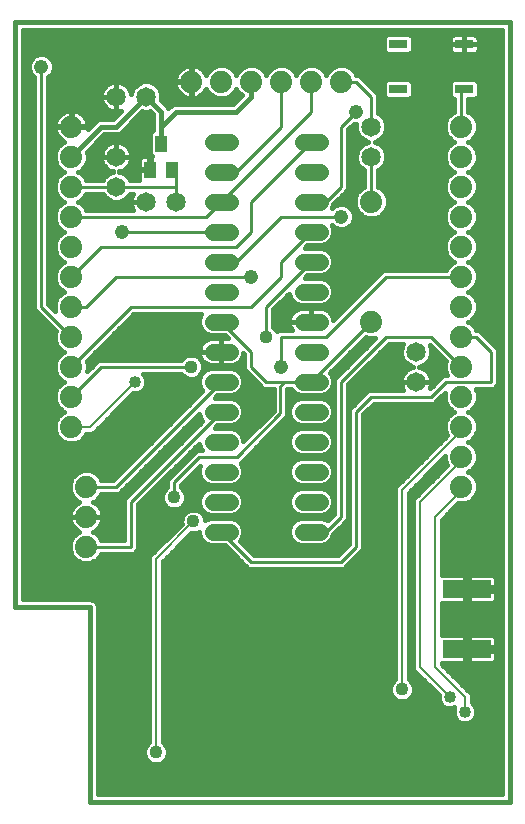
<source format=gtl>
G75*
%MOIN*%
%OFA0B0*%
%FSLAX24Y24*%
%IPPOS*%
%LPD*%
%AMOC8*
5,1,8,0,0,1.08239X$1,22.5*
%
%ADD10C,0.0160*%
%ADD11C,0.0740*%
%ADD12R,0.0394X0.0551*%
%ADD13C,0.0650*%
%ADD14C,0.0560*%
%ADD15R,0.1600X0.0600*%
%ADD16R,0.0600X0.0300*%
%ADD17C,0.0080*%
%ADD18C,0.0400*%
%ADD19C,0.0100*%
%ADD20C,0.0436*%
%ADD21C,0.0476*%
%ADD22C,0.0440*%
D10*
X002680Y000180D02*
X002680Y006680D01*
X000180Y006680D01*
X000180Y026180D01*
X016680Y026180D01*
X016680Y000180D01*
X002680Y000180D01*
X002940Y000440D02*
X002940Y006732D01*
X002900Y006827D01*
X002827Y006900D01*
X002732Y006940D01*
X000440Y006940D01*
X000440Y025920D01*
X016420Y025920D01*
X016420Y000440D01*
X002940Y000440D01*
X002940Y000589D02*
X016420Y000589D01*
X016420Y000747D02*
X002940Y000747D01*
X002940Y000906D02*
X016420Y000906D01*
X016420Y001064D02*
X002940Y001064D01*
X002940Y001223D02*
X016420Y001223D01*
X016420Y001381D02*
X002940Y001381D01*
X002940Y001540D02*
X004607Y001540D01*
X004654Y001492D02*
X004801Y001432D01*
X004959Y001432D01*
X005106Y001492D01*
X005218Y001604D01*
X005278Y001751D01*
X005278Y001909D01*
X005218Y002056D01*
X005106Y002168D01*
X005100Y002170D01*
X005100Y008189D01*
X006045Y009134D01*
X006051Y009132D01*
X006209Y009132D01*
X006318Y009177D01*
X006318Y009100D01*
X006388Y008931D01*
X006517Y008802D01*
X006686Y008732D01*
X007193Y008732D01*
X007963Y007962D01*
X011153Y007962D01*
X011288Y008097D01*
X011788Y008597D01*
X011788Y013097D01*
X012153Y013462D01*
X014153Y013462D01*
X014288Y013597D01*
X014519Y013827D01*
X014508Y013801D01*
X014508Y013582D01*
X014592Y013380D01*
X014746Y013226D01*
X014828Y013192D01*
X014746Y013158D01*
X014592Y013003D01*
X014508Y012801D01*
X014508Y012582D01*
X014585Y012396D01*
X012860Y010671D01*
X012860Y004270D01*
X012854Y004268D01*
X012742Y004156D01*
X012682Y004009D01*
X012682Y003851D01*
X012742Y003704D01*
X012854Y003592D01*
X013001Y003532D01*
X013159Y003532D01*
X013306Y003592D01*
X013418Y003704D01*
X013478Y003851D01*
X013478Y004009D01*
X013418Y004156D01*
X013306Y004268D01*
X013300Y004270D01*
X013300Y010489D01*
X014508Y011697D01*
X014508Y011582D01*
X014585Y011396D01*
X013460Y010271D01*
X013460Y004589D01*
X013589Y004460D01*
X014300Y003749D01*
X014300Y003604D01*
X014358Y003465D01*
X014465Y003358D01*
X014604Y003300D01*
X014756Y003300D01*
X014831Y003331D01*
X014800Y003256D01*
X014800Y003104D01*
X014858Y002965D01*
X014965Y002858D01*
X015104Y002800D01*
X015256Y002800D01*
X015395Y002858D01*
X015502Y002965D01*
X015560Y003104D01*
X015560Y003256D01*
X015502Y003395D01*
X015400Y003497D01*
X015400Y003771D01*
X014400Y004771D01*
X014400Y004801D01*
X014421Y004796D01*
X015175Y004796D01*
X015175Y005206D01*
X015315Y005206D01*
X015315Y005346D01*
X016225Y005346D01*
X016225Y005599D01*
X016212Y005645D01*
X016189Y005686D01*
X016155Y005720D01*
X016114Y005743D01*
X016068Y005756D01*
X015315Y005756D01*
X015315Y005346D01*
X015175Y005346D01*
X015175Y005756D01*
X014421Y005756D01*
X014400Y005750D01*
X014400Y006801D01*
X014421Y006796D01*
X015175Y006796D01*
X015175Y007206D01*
X015315Y007206D01*
X015315Y007346D01*
X016225Y007346D01*
X016225Y007599D01*
X016212Y007645D01*
X016189Y007686D01*
X016155Y007720D01*
X016114Y007743D01*
X016068Y007756D01*
X015315Y007756D01*
X015315Y007346D01*
X015175Y007346D01*
X015175Y007756D01*
X014421Y007756D01*
X014400Y007750D01*
X014400Y009589D01*
X014953Y010142D01*
X015167Y010142D01*
X015370Y010226D01*
X015524Y010380D01*
X015608Y010582D01*
X015608Y010801D01*
X015524Y011003D01*
X015370Y011158D01*
X015288Y011192D01*
X015370Y011226D01*
X015524Y011380D01*
X015608Y011582D01*
X015608Y011801D01*
X015524Y012003D01*
X015370Y012158D01*
X015288Y012192D01*
X015370Y012226D01*
X015524Y012380D01*
X015608Y012582D01*
X015608Y012801D01*
X015524Y013003D01*
X015370Y013158D01*
X015288Y013192D01*
X015370Y013226D01*
X015524Y013380D01*
X015608Y013582D01*
X015608Y013801D01*
X015541Y013962D01*
X016153Y013962D01*
X016288Y014097D01*
X016288Y015287D01*
X016153Y015422D01*
X015653Y015922D01*
X015558Y015922D01*
X015524Y016003D01*
X015370Y016158D01*
X015288Y016192D01*
X015370Y016226D01*
X015524Y016380D01*
X015608Y016582D01*
X015608Y016801D01*
X015524Y017003D01*
X015370Y017158D01*
X015288Y017192D01*
X015370Y017226D01*
X015524Y017380D01*
X015608Y017582D01*
X015608Y017801D01*
X015524Y018003D01*
X015370Y018158D01*
X015288Y018192D01*
X015370Y018226D01*
X015524Y018380D01*
X015608Y018582D01*
X015608Y018801D01*
X015524Y019003D01*
X015370Y019158D01*
X015288Y019192D01*
X015370Y019226D01*
X015524Y019380D01*
X015608Y019582D01*
X015608Y019801D01*
X015524Y020003D01*
X015370Y020158D01*
X015288Y020192D01*
X015370Y020226D01*
X015524Y020380D01*
X015608Y020582D01*
X015608Y020801D01*
X015524Y021003D01*
X015370Y021158D01*
X015288Y021192D01*
X015370Y021226D01*
X015524Y021380D01*
X015608Y021582D01*
X015608Y021801D01*
X015524Y022003D01*
X015370Y022158D01*
X015288Y022192D01*
X015370Y022226D01*
X015524Y022380D01*
X015608Y022582D01*
X015608Y022801D01*
X015524Y023003D01*
X015370Y023158D01*
X015288Y023192D01*
X015288Y023612D01*
X015533Y023612D01*
X015638Y023717D01*
X015638Y024166D01*
X015533Y024272D01*
X014783Y024272D01*
X014678Y024166D01*
X014678Y023717D01*
X014783Y023612D01*
X014828Y023612D01*
X014828Y023192D01*
X014746Y023158D01*
X014592Y023003D01*
X014508Y022801D01*
X014508Y022582D01*
X014592Y022380D01*
X014746Y022226D01*
X014828Y022192D01*
X014746Y022158D01*
X014592Y022003D01*
X014508Y021801D01*
X014508Y021582D01*
X014592Y021380D01*
X014746Y021226D01*
X014828Y021192D01*
X014746Y021158D01*
X014592Y021003D01*
X014508Y020801D01*
X014508Y020582D01*
X014592Y020380D01*
X014746Y020226D01*
X014828Y020192D01*
X014746Y020158D01*
X014592Y020003D01*
X014508Y019801D01*
X014508Y019582D01*
X014592Y019380D01*
X014746Y019226D01*
X014828Y019192D01*
X014746Y019158D01*
X014592Y019003D01*
X014508Y018801D01*
X014508Y018582D01*
X014592Y018380D01*
X014746Y018226D01*
X014828Y018192D01*
X014746Y018158D01*
X014592Y018003D01*
X014558Y017922D01*
X012463Y017922D01*
X012328Y017787D01*
X010794Y016253D01*
X010787Y016300D01*
X010764Y016368D01*
X010731Y016433D01*
X010689Y016491D01*
X010638Y016543D01*
X010579Y016585D01*
X010515Y016618D01*
X010446Y016640D01*
X010374Y016652D01*
X010058Y016652D01*
X010058Y016192D01*
X010058Y016192D01*
X010058Y016652D01*
X009742Y016652D01*
X009670Y016640D01*
X009601Y016618D01*
X009537Y016585D01*
X009478Y016543D01*
X009427Y016491D01*
X009385Y016433D01*
X009352Y016368D01*
X009329Y016300D01*
X009318Y016228D01*
X009318Y016192D01*
X010058Y016192D01*
X010058Y016192D01*
X009318Y016192D01*
X009318Y016156D01*
X009329Y016084D01*
X009352Y016015D01*
X009385Y015951D01*
X009406Y015922D01*
X008963Y015922D01*
X008915Y015874D01*
X008897Y015918D01*
X008788Y016027D01*
X008788Y016597D01*
X009560Y016597D01*
X009629Y016756D02*
X008947Y016756D01*
X009105Y016914D02*
X009405Y016914D01*
X009388Y016931D02*
X009517Y016802D01*
X009686Y016732D01*
X010429Y016732D01*
X010599Y016802D01*
X010728Y016931D01*
X010798Y017100D01*
X010798Y017283D01*
X010728Y017452D01*
X010599Y017582D01*
X010429Y017652D01*
X009843Y017652D01*
X009923Y017732D01*
X010429Y017732D01*
X010599Y017802D01*
X010728Y017931D01*
X010798Y018100D01*
X010798Y018283D01*
X010728Y018452D01*
X010599Y018582D01*
X010429Y018652D01*
X009843Y018652D01*
X009923Y018732D01*
X010429Y018732D01*
X010599Y018802D01*
X010728Y018931D01*
X010798Y019100D01*
X010798Y019283D01*
X010743Y019416D01*
X010821Y019338D01*
X010975Y019274D01*
X011141Y019274D01*
X011295Y019338D01*
X011412Y019455D01*
X011476Y019609D01*
X011476Y019775D01*
X011412Y019928D01*
X011295Y020046D01*
X011141Y020110D01*
X010975Y020110D01*
X010821Y020046D01*
X010743Y019968D01*
X010798Y020100D01*
X010798Y020107D01*
X011153Y020462D01*
X011288Y020597D01*
X011288Y022597D01*
X011468Y022777D01*
X011475Y022774D01*
X011553Y022774D01*
X011553Y022591D01*
X011630Y022406D01*
X011772Y022264D01*
X011945Y022192D01*
X011772Y022120D01*
X011630Y021978D01*
X011553Y021792D01*
X011553Y021591D01*
X011630Y021406D01*
X011772Y021264D01*
X011828Y021240D01*
X011828Y020692D01*
X011746Y020658D01*
X011592Y020503D01*
X011508Y020301D01*
X011508Y020082D01*
X011592Y019880D01*
X011746Y019726D01*
X011949Y019642D01*
X012167Y019642D01*
X012370Y019726D01*
X012524Y019880D01*
X012608Y020082D01*
X012608Y020301D01*
X012524Y020503D01*
X012370Y020658D01*
X012288Y020692D01*
X012288Y021240D01*
X012344Y021264D01*
X012486Y021406D01*
X012563Y021591D01*
X012563Y021792D01*
X012486Y021978D01*
X012344Y022120D01*
X012170Y022192D01*
X012344Y022264D01*
X012486Y022406D01*
X012563Y022591D01*
X012563Y022792D01*
X012486Y022978D01*
X012344Y023120D01*
X012288Y023143D01*
X012288Y023787D01*
X011788Y024287D01*
X011653Y024422D01*
X011558Y024422D01*
X011524Y024503D01*
X011370Y024658D01*
X011167Y024742D01*
X010949Y024742D01*
X010746Y024658D01*
X010592Y024503D01*
X010558Y024422D01*
X010524Y024503D01*
X010370Y024658D01*
X010167Y024742D01*
X009949Y024742D01*
X009746Y024658D01*
X009592Y024503D01*
X009558Y024422D01*
X009524Y024503D01*
X009370Y024658D01*
X009167Y024742D01*
X008949Y024742D01*
X008746Y024658D01*
X008592Y024503D01*
X008558Y024422D01*
X008524Y024503D01*
X008370Y024658D01*
X008167Y024742D01*
X007949Y024742D01*
X007746Y024658D01*
X007592Y024503D01*
X007558Y024422D01*
X007524Y024503D01*
X007370Y024658D01*
X007167Y024742D01*
X006949Y024742D01*
X006746Y024658D01*
X006592Y024503D01*
X006558Y024422D01*
X006528Y024480D01*
X006477Y024550D01*
X006416Y024611D01*
X006346Y024662D01*
X006269Y024702D01*
X006187Y024728D01*
X006101Y024742D01*
X006078Y024742D01*
X006078Y024212D01*
X006038Y024212D01*
X006038Y024742D01*
X006015Y024742D01*
X005929Y024728D01*
X005847Y024702D01*
X005770Y024662D01*
X005700Y024611D01*
X005638Y024550D01*
X005588Y024480D01*
X005548Y024403D01*
X005521Y024321D01*
X005508Y024235D01*
X005508Y024212D01*
X006038Y024212D01*
X006038Y024172D01*
X005508Y024172D01*
X005508Y024149D01*
X005521Y024063D01*
X005548Y023981D01*
X005588Y023904D01*
X005638Y023834D01*
X005700Y023772D01*
X005770Y023721D01*
X005847Y023682D01*
X005929Y023655D01*
X006015Y023642D01*
X006038Y023642D01*
X006038Y024172D01*
X006078Y024172D01*
X006078Y023642D01*
X006101Y023642D01*
X006187Y023655D01*
X006269Y023682D01*
X006346Y023721D01*
X006416Y023772D01*
X006477Y023834D01*
X006528Y023904D01*
X006558Y023962D01*
X006592Y023880D01*
X006746Y023726D01*
X006949Y023642D01*
X007167Y023642D01*
X007370Y023726D01*
X007524Y023880D01*
X007558Y023962D01*
X007592Y023880D01*
X007735Y023737D01*
X007450Y023452D01*
X005506Y023452D01*
X005411Y023412D01*
X005296Y023297D01*
X005278Y023339D01*
X005052Y023565D01*
X005063Y023591D01*
X005063Y023792D01*
X004986Y023978D01*
X004844Y024120D01*
X004658Y024197D01*
X004458Y024197D01*
X004272Y024120D01*
X004130Y023978D01*
X004053Y023793D01*
X004051Y023810D01*
X004026Y023886D01*
X003990Y023956D01*
X003943Y024021D01*
X003887Y024077D01*
X003823Y024124D01*
X003752Y024160D01*
X003676Y024184D01*
X003598Y024197D01*
X003558Y024197D01*
X003558Y023692D01*
X003558Y023692D01*
X003558Y024197D01*
X003518Y024197D01*
X003440Y024184D01*
X003364Y024160D01*
X003293Y024124D01*
X003229Y024077D01*
X003173Y024021D01*
X003126Y023956D01*
X003090Y023886D01*
X003065Y023810D01*
X003053Y023732D01*
X003053Y023692D01*
X003558Y023692D01*
X003558Y023692D01*
X003053Y023692D01*
X003053Y023652D01*
X003065Y023574D01*
X003090Y023498D01*
X003126Y023427D01*
X003173Y023363D01*
X003229Y023307D01*
X003293Y023260D01*
X003364Y023224D01*
X003440Y023199D01*
X003518Y023187D01*
X003558Y023187D01*
X003598Y023187D01*
X003676Y023199D01*
X003708Y023210D01*
X003450Y022952D01*
X003006Y022952D01*
X002911Y022912D01*
X002838Y022839D01*
X002601Y022602D01*
X002608Y022649D01*
X002608Y022672D01*
X002078Y022672D01*
X002078Y022712D01*
X002038Y022712D01*
X002038Y023242D01*
X002015Y023242D01*
X001929Y023228D01*
X001847Y023202D01*
X001770Y023162D01*
X001700Y023111D01*
X001638Y023050D01*
X001588Y022980D01*
X001548Y022903D01*
X001521Y022821D01*
X001508Y022735D01*
X001508Y022712D01*
X002038Y022712D01*
X002038Y022672D01*
X001508Y022672D01*
X001508Y022649D01*
X001521Y022563D01*
X001548Y022481D01*
X001588Y022404D01*
X001638Y022334D01*
X001700Y022272D01*
X001770Y022221D01*
X001828Y022192D01*
X001746Y022158D01*
X001592Y022003D01*
X001508Y021801D01*
X001508Y021582D01*
X001592Y021380D01*
X001746Y021226D01*
X001828Y021192D01*
X001746Y021158D01*
X001592Y021003D01*
X001508Y020801D01*
X001508Y020582D01*
X001592Y020380D01*
X001746Y020226D01*
X001828Y020192D01*
X001746Y020158D01*
X001592Y020003D01*
X001508Y019801D01*
X001508Y019582D01*
X001592Y019380D01*
X001746Y019226D01*
X001828Y019192D01*
X001746Y019158D01*
X001592Y019003D01*
X001508Y018801D01*
X001508Y018582D01*
X001592Y018380D01*
X001746Y018226D01*
X001828Y018192D01*
X001746Y018158D01*
X001592Y018003D01*
X001508Y017801D01*
X001508Y017582D01*
X001592Y017380D01*
X001746Y017226D01*
X001828Y017192D01*
X001746Y017158D01*
X001592Y017003D01*
X001508Y016801D01*
X001508Y016582D01*
X001519Y016556D01*
X001288Y016787D01*
X001288Y024335D01*
X001295Y024338D01*
X001412Y024455D01*
X001476Y024609D01*
X001476Y024775D01*
X001412Y024928D01*
X001295Y025046D01*
X001141Y025110D01*
X000975Y025110D01*
X000821Y025046D01*
X000704Y024928D01*
X000640Y024775D01*
X000640Y024609D01*
X000704Y024455D01*
X000821Y024338D01*
X000828Y024335D01*
X000828Y016597D01*
X000440Y016597D01*
X000440Y016439D02*
X000986Y016439D01*
X000828Y016597D02*
X001542Y015883D01*
X001508Y015801D01*
X001508Y015582D01*
X001592Y015380D01*
X001746Y015226D01*
X001828Y015192D01*
X001746Y015158D01*
X001592Y015003D01*
X001508Y014801D01*
X001508Y014582D01*
X001592Y014380D01*
X001746Y014226D01*
X001828Y014192D01*
X001746Y014158D01*
X001592Y014003D01*
X001508Y013801D01*
X001508Y013582D01*
X001592Y013380D01*
X001746Y013226D01*
X001828Y013192D01*
X001746Y013158D01*
X001592Y013003D01*
X001508Y012801D01*
X001508Y012582D01*
X001592Y012380D01*
X001746Y012226D01*
X001949Y012142D01*
X002167Y012142D01*
X002370Y012226D01*
X002524Y012380D01*
X002557Y012460D01*
X002771Y012460D01*
X002900Y012589D01*
X004111Y013800D01*
X004256Y013800D01*
X004395Y013858D01*
X004502Y013965D01*
X004560Y014104D01*
X004560Y014256D01*
X004502Y014395D01*
X004436Y014462D01*
X005722Y014462D01*
X005831Y014353D01*
X005978Y014292D01*
X006138Y014292D01*
X006285Y014353D01*
X006397Y014465D01*
X006458Y014612D01*
X006458Y014771D01*
X006397Y014918D01*
X006285Y015031D01*
X006138Y015092D01*
X005978Y015092D01*
X005831Y015031D01*
X005722Y014922D01*
X002963Y014922D01*
X002597Y014556D01*
X002608Y014582D01*
X002608Y014801D01*
X002574Y014883D01*
X004153Y016462D01*
X006397Y016462D01*
X006388Y016452D01*
X006318Y016283D01*
X006318Y016100D01*
X006388Y015931D01*
X006517Y015802D01*
X006686Y015732D01*
X007193Y015732D01*
X007273Y015652D01*
X007058Y015652D01*
X007058Y015192D01*
X007058Y015192D01*
X007058Y015652D01*
X006742Y015652D01*
X006670Y015640D01*
X006601Y015618D01*
X006537Y015585D01*
X006478Y015543D01*
X006427Y015491D01*
X006385Y015433D01*
X006352Y015368D01*
X006329Y015300D01*
X006318Y015228D01*
X006318Y015192D01*
X007058Y015192D01*
X007058Y015192D01*
X006318Y015192D01*
X006318Y015156D01*
X006329Y015084D01*
X006352Y015015D01*
X006385Y014951D01*
X006427Y014892D01*
X006478Y014841D01*
X006537Y014798D01*
X006601Y014766D01*
X006670Y014743D01*
X006742Y014732D01*
X007058Y014732D01*
X007374Y014732D01*
X007446Y014743D01*
X007515Y014766D01*
X007579Y014798D01*
X007638Y014841D01*
X007689Y014892D01*
X007731Y014951D01*
X007764Y015015D01*
X007787Y015084D01*
X007794Y015131D01*
X007828Y015097D01*
X007828Y014597D01*
X008328Y014097D01*
X008463Y013962D01*
X008800Y013962D01*
X008800Y013225D01*
X007798Y012223D01*
X007798Y012283D01*
X007728Y012452D01*
X007599Y012582D01*
X007429Y012652D01*
X006843Y012652D01*
X006923Y012732D01*
X007429Y012732D01*
X007599Y012802D01*
X007728Y012931D01*
X007798Y013100D01*
X007798Y013283D01*
X007728Y013452D01*
X007599Y013582D01*
X007429Y013652D01*
X006843Y013652D01*
X006923Y013732D01*
X007429Y013732D01*
X007599Y013802D01*
X007728Y013931D01*
X007798Y014100D01*
X007798Y014283D01*
X007728Y014452D01*
X007599Y014582D01*
X007429Y014652D01*
X006686Y014652D01*
X006517Y014582D01*
X006388Y014452D01*
X006318Y014283D01*
X006318Y014100D01*
X006388Y013931D01*
X006430Y013889D01*
X003463Y010922D01*
X003058Y010922D01*
X003024Y011003D01*
X002870Y011158D01*
X002667Y011242D01*
X002449Y011242D01*
X002246Y011158D01*
X002092Y011003D01*
X002008Y010801D01*
X002008Y010582D01*
X002092Y010380D01*
X002246Y010226D01*
X002328Y010192D01*
X002270Y010162D01*
X002200Y010111D01*
X002138Y010050D01*
X002088Y009980D01*
X002048Y009903D01*
X002021Y009821D01*
X002008Y009735D01*
X002008Y009692D01*
X002558Y009692D01*
X003108Y009692D01*
X003108Y009735D01*
X003094Y009821D01*
X003068Y009903D01*
X003028Y009980D01*
X002977Y010050D01*
X002916Y010111D01*
X002846Y010162D01*
X002788Y010192D01*
X002870Y010226D01*
X003024Y010380D01*
X003058Y010462D01*
X003653Y010462D01*
X006318Y013127D01*
X006318Y013100D01*
X006388Y012931D01*
X006430Y012889D01*
X003828Y010287D01*
X003828Y010097D01*
X003828Y008922D01*
X003058Y008922D01*
X003024Y009003D01*
X002870Y009158D01*
X002788Y009192D01*
X002846Y009221D01*
X002916Y009272D01*
X002977Y009334D01*
X003028Y009404D01*
X003068Y009481D01*
X003094Y009563D01*
X003108Y009649D01*
X003108Y009692D01*
X002558Y009692D01*
X002558Y009692D01*
X002558Y009692D01*
X002008Y009692D01*
X002008Y009649D01*
X002021Y009563D01*
X002048Y009481D01*
X002088Y009404D01*
X002138Y009334D01*
X002200Y009272D01*
X002270Y009221D01*
X002328Y009192D01*
X002246Y009158D01*
X002092Y009003D01*
X002008Y008801D01*
X002008Y008582D01*
X002092Y008380D01*
X002246Y008226D01*
X002449Y008142D01*
X002667Y008142D01*
X002870Y008226D01*
X003024Y008380D01*
X003058Y008462D01*
X004153Y008462D01*
X004288Y008597D01*
X004288Y010097D01*
X006318Y012127D01*
X006318Y012100D01*
X006388Y011931D01*
X006409Y011910D01*
X006235Y011910D01*
X006100Y011775D01*
X005250Y010925D01*
X005250Y010663D01*
X005142Y010556D01*
X005082Y010409D01*
X005082Y010251D01*
X005142Y010104D01*
X005254Y009992D01*
X005401Y009932D01*
X005559Y009932D01*
X005706Y009992D01*
X005818Y010104D01*
X005878Y010251D01*
X005878Y010409D01*
X005818Y010556D01*
X005710Y010663D01*
X005710Y010735D01*
X006360Y011385D01*
X006318Y011283D01*
X006318Y011100D01*
X006388Y010931D01*
X006517Y010802D01*
X006686Y010732D01*
X007429Y010732D01*
X007599Y010802D01*
X007728Y010931D01*
X007798Y011100D01*
X007798Y011283D01*
X007728Y011452D01*
X007703Y011478D01*
X009125Y012900D01*
X009260Y013035D01*
X009260Y013947D01*
X009275Y013962D01*
X009375Y013962D01*
X009388Y013931D01*
X009517Y013802D01*
X009686Y013732D01*
X010429Y013732D01*
X010599Y013802D01*
X010728Y013931D01*
X010798Y014100D01*
X010798Y014283D01*
X010728Y014452D01*
X010686Y014494D01*
X011867Y015676D01*
X011949Y015642D01*
X012167Y015642D01*
X012194Y015653D01*
X010828Y014287D01*
X010828Y009787D01*
X010611Y009570D01*
X010599Y009582D01*
X010429Y009652D01*
X009686Y009652D01*
X009517Y009582D01*
X009388Y009452D01*
X009318Y009283D01*
X009318Y009100D01*
X009388Y008931D01*
X009517Y008802D01*
X009686Y008732D01*
X010429Y008732D01*
X010599Y008802D01*
X010728Y008931D01*
X010798Y009100D01*
X010798Y009107D01*
X011153Y009462D01*
X011288Y009597D01*
X011288Y014097D01*
X012653Y015462D01*
X013123Y015462D01*
X013053Y015292D01*
X013053Y015091D01*
X013130Y014906D01*
X013272Y014764D01*
X013457Y014687D01*
X013440Y014684D01*
X013364Y014660D01*
X013293Y014624D01*
X013229Y014577D01*
X013173Y014521D01*
X013126Y014456D01*
X013090Y014386D01*
X013065Y014310D01*
X013053Y014232D01*
X013053Y014192D01*
X013558Y014192D01*
X014063Y014192D01*
X014063Y014232D01*
X014051Y014310D01*
X014026Y014386D01*
X013990Y014456D01*
X013943Y014521D01*
X013887Y014577D01*
X013823Y014624D01*
X013752Y014660D01*
X013676Y014684D01*
X013659Y014687D01*
X013844Y014764D01*
X013986Y014906D01*
X014063Y015091D01*
X014063Y015292D01*
X014014Y015411D01*
X014542Y014883D01*
X014508Y014801D01*
X014508Y014582D01*
X014574Y014422D01*
X014463Y014422D01*
X014013Y013972D01*
X014026Y013998D01*
X014051Y014074D01*
X014063Y014152D01*
X014063Y014192D01*
X013558Y014192D01*
X013558Y014192D01*
X013558Y014192D01*
X013053Y014192D01*
X013053Y014152D01*
X013065Y014074D01*
X013090Y013998D01*
X013126Y013927D01*
X013130Y013922D01*
X011963Y013922D01*
X011463Y013422D01*
X011328Y013287D01*
X011328Y008787D01*
X010963Y008422D01*
X008153Y008422D01*
X007686Y008889D01*
X007728Y008931D01*
X007798Y009100D01*
X007798Y009283D01*
X007728Y009452D01*
X007599Y009582D01*
X007429Y009652D01*
X006686Y009652D01*
X006528Y009586D01*
X006528Y009609D01*
X006468Y009756D01*
X006356Y009868D01*
X006209Y009928D01*
X006051Y009928D01*
X005904Y009868D01*
X005792Y009756D01*
X005732Y009609D01*
X005732Y009451D01*
X005734Y009445D01*
X004660Y008371D01*
X004660Y002170D01*
X004654Y002168D01*
X004542Y002056D01*
X004482Y001909D01*
X004482Y001751D01*
X004542Y001604D01*
X004654Y001492D01*
X004504Y001698D02*
X002940Y001698D01*
X002940Y001857D02*
X004482Y001857D01*
X004526Y002015D02*
X002940Y002015D01*
X002940Y002174D02*
X004660Y002174D01*
X004660Y002332D02*
X002940Y002332D01*
X002940Y002491D02*
X004660Y002491D01*
X004660Y002649D02*
X002940Y002649D01*
X002940Y002808D02*
X004660Y002808D01*
X004660Y002966D02*
X002940Y002966D01*
X002940Y003125D02*
X004660Y003125D01*
X004660Y003283D02*
X002940Y003283D01*
X002940Y003442D02*
X004660Y003442D01*
X004660Y003600D02*
X002940Y003600D01*
X002940Y003759D02*
X004660Y003759D01*
X004660Y003917D02*
X002940Y003917D01*
X002940Y004076D02*
X004660Y004076D01*
X004660Y004234D02*
X002940Y004234D01*
X002940Y004393D02*
X004660Y004393D01*
X004660Y004551D02*
X002940Y004551D01*
X002940Y004710D02*
X004660Y004710D01*
X004660Y004868D02*
X002940Y004868D01*
X002940Y005027D02*
X004660Y005027D01*
X004660Y005185D02*
X002940Y005185D01*
X002940Y005344D02*
X004660Y005344D01*
X004660Y005502D02*
X002940Y005502D01*
X002940Y005661D02*
X004660Y005661D01*
X004660Y005819D02*
X002940Y005819D01*
X002940Y005978D02*
X004660Y005978D01*
X004660Y006136D02*
X002940Y006136D01*
X002940Y006295D02*
X004660Y006295D01*
X004660Y006453D02*
X002940Y006453D01*
X002940Y006612D02*
X004660Y006612D01*
X004660Y006770D02*
X002924Y006770D01*
X002759Y006929D02*
X004660Y006929D01*
X004660Y007087D02*
X000440Y007087D01*
X000440Y007246D02*
X004660Y007246D01*
X004660Y007404D02*
X000440Y007404D01*
X000440Y007563D02*
X004660Y007563D01*
X004660Y007721D02*
X000440Y007721D01*
X000440Y007880D02*
X004660Y007880D01*
X004660Y008038D02*
X000440Y008038D01*
X000440Y008197D02*
X002316Y008197D01*
X002117Y008355D02*
X000440Y008355D01*
X000440Y008514D02*
X002036Y008514D01*
X002008Y008672D02*
X000440Y008672D01*
X000440Y008831D02*
X002020Y008831D01*
X002086Y008989D02*
X000440Y008989D01*
X000440Y009148D02*
X002236Y009148D01*
X002166Y009306D02*
X000440Y009306D01*
X000440Y009465D02*
X002056Y009465D01*
X002012Y009623D02*
X000440Y009623D01*
X000440Y009782D02*
X002015Y009782D01*
X002067Y009940D02*
X000440Y009940D01*
X000440Y010099D02*
X002187Y010099D01*
X002215Y010257D02*
X000440Y010257D01*
X000440Y010416D02*
X002077Y010416D01*
X002011Y010574D02*
X000440Y010574D01*
X000440Y010733D02*
X002008Y010733D01*
X002045Y010891D02*
X000440Y010891D01*
X000440Y011050D02*
X002138Y011050D01*
X002367Y011208D02*
X000440Y011208D01*
X000440Y011367D02*
X003907Y011367D01*
X004066Y011525D02*
X000440Y011525D01*
X000440Y011684D02*
X004224Y011684D01*
X004383Y011842D02*
X000440Y011842D01*
X000440Y012001D02*
X004541Y012001D01*
X004700Y012159D02*
X002209Y012159D01*
X002461Y012318D02*
X004858Y012318D01*
X005017Y012476D02*
X002787Y012476D01*
X002946Y012635D02*
X005175Y012635D01*
X005334Y012793D02*
X003104Y012793D01*
X003263Y012952D02*
X005492Y012952D01*
X005651Y013110D02*
X003421Y013110D01*
X003580Y013269D02*
X005809Y013269D01*
X005968Y013427D02*
X003738Y013427D01*
X003897Y013586D02*
X006126Y013586D01*
X006285Y013744D02*
X004055Y013744D01*
X004440Y013903D02*
X006417Y013903D01*
X006334Y014061D02*
X004542Y014061D01*
X004560Y014220D02*
X006318Y014220D01*
X006310Y014378D02*
X006357Y014378D01*
X006427Y014537D02*
X006472Y014537D01*
X006458Y014695D02*
X007828Y014695D01*
X007828Y014854D02*
X007650Y014854D01*
X007763Y015012D02*
X007828Y015012D01*
X007888Y014537D02*
X007644Y014537D01*
X007759Y014378D02*
X008046Y014378D01*
X008205Y014220D02*
X007798Y014220D01*
X007782Y014061D02*
X008363Y014061D01*
X008800Y013903D02*
X007699Y013903D01*
X007459Y013744D02*
X008800Y013744D01*
X008800Y013586D02*
X007589Y013586D01*
X007738Y013427D02*
X008800Y013427D01*
X008800Y013269D02*
X007798Y013269D01*
X007798Y013110D02*
X008685Y013110D01*
X008526Y012952D02*
X007736Y012952D01*
X007577Y012793D02*
X008368Y012793D01*
X008209Y012635D02*
X007471Y012635D01*
X007704Y012476D02*
X008051Y012476D01*
X007892Y012318D02*
X007784Y012318D01*
X008226Y012001D02*
X009359Y012001D01*
X009388Y011931D02*
X009517Y011802D01*
X009686Y011732D01*
X010429Y011732D01*
X010599Y011802D01*
X010728Y011931D01*
X010798Y012100D01*
X010798Y012283D01*
X010728Y012452D01*
X010599Y012582D01*
X010429Y012652D01*
X009686Y012652D01*
X009517Y012582D01*
X009388Y012452D01*
X009318Y012283D01*
X009318Y012100D01*
X009388Y011931D01*
X009477Y011842D02*
X008067Y011842D01*
X007909Y011684D02*
X010828Y011684D01*
X010828Y011842D02*
X010639Y011842D01*
X010757Y012001D02*
X010828Y012001D01*
X010828Y012159D02*
X010798Y012159D01*
X010784Y012318D02*
X010828Y012318D01*
X010828Y012476D02*
X010704Y012476D01*
X010828Y012635D02*
X010471Y012635D01*
X010429Y012732D02*
X010599Y012802D01*
X010728Y012931D01*
X010798Y013100D01*
X010798Y013283D01*
X010728Y013452D01*
X010599Y013582D01*
X010429Y013652D01*
X009686Y013652D01*
X009517Y013582D01*
X009388Y013452D01*
X009318Y013283D01*
X009318Y013100D01*
X009388Y012931D01*
X009517Y012802D01*
X009686Y012732D01*
X010429Y012732D01*
X010577Y012793D02*
X010828Y012793D01*
X010828Y012952D02*
X010736Y012952D01*
X010798Y013110D02*
X010828Y013110D01*
X010828Y013269D02*
X010798Y013269D01*
X010828Y013427D02*
X010738Y013427D01*
X010828Y013586D02*
X010589Y013586D01*
X010459Y013744D02*
X010828Y013744D01*
X010828Y013903D02*
X010699Y013903D01*
X010782Y014061D02*
X010828Y014061D01*
X010828Y014220D02*
X010798Y014220D01*
X010759Y014378D02*
X010919Y014378D01*
X011077Y014537D02*
X010728Y014537D01*
X010886Y014695D02*
X011236Y014695D01*
X011394Y014854D02*
X011045Y014854D01*
X011203Y015012D02*
X011553Y015012D01*
X011711Y015171D02*
X011362Y015171D01*
X011520Y015329D02*
X011870Y015329D01*
X012028Y015488D02*
X011679Y015488D01*
X011837Y015646D02*
X011938Y015646D01*
X012178Y015646D02*
X012187Y015646D01*
X012520Y015329D02*
X013068Y015329D01*
X013053Y015171D02*
X012362Y015171D01*
X012203Y015012D02*
X013086Y015012D01*
X013182Y014854D02*
X012045Y014854D01*
X011886Y014695D02*
X013438Y014695D01*
X013188Y014537D02*
X011728Y014537D01*
X011569Y014378D02*
X013087Y014378D01*
X013053Y014220D02*
X011411Y014220D01*
X011288Y014061D02*
X013069Y014061D01*
X013678Y014695D02*
X014508Y014695D01*
X014527Y014537D02*
X013927Y014537D01*
X014028Y014378D02*
X014419Y014378D01*
X014260Y014220D02*
X014063Y014220D01*
X014046Y014061D02*
X014102Y014061D01*
X014435Y013744D02*
X014508Y013744D01*
X014508Y013586D02*
X014277Y013586D01*
X014572Y013427D02*
X012118Y013427D01*
X011960Y013269D02*
X014703Y013269D01*
X014698Y013110D02*
X011801Y013110D01*
X011788Y012952D02*
X014570Y012952D01*
X014508Y012793D02*
X011788Y012793D01*
X011788Y012635D02*
X014508Y012635D01*
X014552Y012476D02*
X011788Y012476D01*
X011788Y012318D02*
X014506Y012318D01*
X014348Y012159D02*
X011788Y012159D01*
X011788Y012001D02*
X014189Y012001D01*
X014031Y011842D02*
X011788Y011842D01*
X011788Y011684D02*
X013872Y011684D01*
X013714Y011525D02*
X011788Y011525D01*
X011788Y011367D02*
X013555Y011367D01*
X013397Y011208D02*
X011788Y011208D01*
X011788Y011050D02*
X013238Y011050D01*
X013080Y010891D02*
X011788Y010891D01*
X011788Y010733D02*
X012921Y010733D01*
X012860Y010574D02*
X011788Y010574D01*
X011788Y010416D02*
X012860Y010416D01*
X012860Y010257D02*
X011788Y010257D01*
X011788Y010099D02*
X012860Y010099D01*
X012860Y009940D02*
X011788Y009940D01*
X011788Y009782D02*
X012860Y009782D01*
X012860Y009623D02*
X011788Y009623D01*
X011788Y009465D02*
X012860Y009465D01*
X012860Y009306D02*
X011788Y009306D01*
X011788Y009148D02*
X012860Y009148D01*
X012860Y008989D02*
X011788Y008989D01*
X011788Y008831D02*
X012860Y008831D01*
X012860Y008672D02*
X011788Y008672D01*
X011705Y008514D02*
X012860Y008514D01*
X012860Y008355D02*
X011546Y008355D01*
X011388Y008197D02*
X012860Y008197D01*
X012860Y008038D02*
X011229Y008038D01*
X011054Y008514D02*
X008062Y008514D01*
X007903Y008672D02*
X011213Y008672D01*
X011328Y008831D02*
X010627Y008831D01*
X010752Y008989D02*
X011328Y008989D01*
X011328Y009148D02*
X010839Y009148D01*
X010997Y009306D02*
X011328Y009306D01*
X011328Y009465D02*
X011156Y009465D01*
X011288Y009623D02*
X011328Y009623D01*
X011328Y009782D02*
X011288Y009782D01*
X011288Y009940D02*
X011328Y009940D01*
X011328Y010099D02*
X011288Y010099D01*
X011288Y010257D02*
X011328Y010257D01*
X011328Y010416D02*
X011288Y010416D01*
X011288Y010574D02*
X011328Y010574D01*
X011328Y010733D02*
X011288Y010733D01*
X011288Y010891D02*
X011328Y010891D01*
X011328Y011050D02*
X011288Y011050D01*
X011288Y011208D02*
X011328Y011208D01*
X011328Y011367D02*
X011288Y011367D01*
X011288Y011525D02*
X011328Y011525D01*
X011328Y011684D02*
X011288Y011684D01*
X011288Y011842D02*
X011328Y011842D01*
X011328Y012001D02*
X011288Y012001D01*
X011288Y012159D02*
X011328Y012159D01*
X011328Y012318D02*
X011288Y012318D01*
X011288Y012476D02*
X011328Y012476D01*
X011328Y012635D02*
X011288Y012635D01*
X011288Y012793D02*
X011328Y012793D01*
X011328Y012952D02*
X011288Y012952D01*
X011288Y013110D02*
X011328Y013110D01*
X011328Y013269D02*
X011288Y013269D01*
X011288Y013427D02*
X011468Y013427D01*
X011626Y013586D02*
X011288Y013586D01*
X011288Y013744D02*
X011785Y013744D01*
X011943Y013903D02*
X011288Y013903D01*
X010429Y011652D02*
X010599Y011582D01*
X010728Y011452D01*
X010798Y011283D01*
X010798Y011100D01*
X010728Y010931D01*
X010599Y010802D01*
X010429Y010732D01*
X009686Y010732D01*
X009517Y010802D01*
X009388Y010931D01*
X009318Y011100D01*
X009318Y011283D01*
X009388Y011452D01*
X009517Y011582D01*
X009686Y011652D01*
X010429Y011652D01*
X010655Y011525D02*
X010828Y011525D01*
X010828Y011367D02*
X010763Y011367D01*
X010798Y011208D02*
X010828Y011208D01*
X010828Y011050D02*
X010777Y011050D01*
X010828Y010891D02*
X010688Y010891D01*
X010828Y010733D02*
X010431Y010733D01*
X010429Y010652D02*
X010599Y010582D01*
X010728Y010452D01*
X010798Y010283D01*
X010798Y010100D01*
X010728Y009931D01*
X010599Y009802D01*
X010429Y009732D01*
X009686Y009732D01*
X009517Y009802D01*
X009388Y009931D01*
X009318Y010100D01*
X009318Y010283D01*
X009388Y010452D01*
X009517Y010582D01*
X009686Y010652D01*
X010429Y010652D01*
X010606Y010574D02*
X010828Y010574D01*
X010828Y010416D02*
X010743Y010416D01*
X010798Y010257D02*
X010828Y010257D01*
X010828Y010099D02*
X010797Y010099D01*
X010828Y009940D02*
X010732Y009940D01*
X010822Y009782D02*
X010549Y009782D01*
X010499Y009623D02*
X010664Y009623D01*
X009617Y009623D02*
X007499Y009623D01*
X007429Y009732D02*
X007599Y009802D01*
X007728Y009931D01*
X007798Y010100D01*
X007798Y010283D01*
X007728Y010452D01*
X007599Y010582D01*
X007429Y010652D01*
X006686Y010652D01*
X006517Y010582D01*
X006388Y010452D01*
X006318Y010283D01*
X006318Y010100D01*
X006388Y009931D01*
X006517Y009802D01*
X006686Y009732D01*
X007429Y009732D01*
X007549Y009782D02*
X009566Y009782D01*
X009384Y009940D02*
X007732Y009940D01*
X007797Y010099D02*
X009319Y010099D01*
X009318Y010257D02*
X007798Y010257D01*
X007743Y010416D02*
X009373Y010416D01*
X009510Y010574D02*
X007606Y010574D01*
X007431Y010733D02*
X009685Y010733D01*
X009428Y010891D02*
X007688Y010891D01*
X007777Y011050D02*
X009339Y011050D01*
X009318Y011208D02*
X007798Y011208D01*
X007763Y011367D02*
X009352Y011367D01*
X009461Y011525D02*
X007750Y011525D01*
X008384Y012159D02*
X009318Y012159D01*
X009332Y012318D02*
X008543Y012318D01*
X008701Y012476D02*
X009412Y012476D01*
X009539Y012793D02*
X009018Y012793D01*
X008860Y012635D02*
X009645Y012635D01*
X009380Y012952D02*
X009177Y012952D01*
X009260Y013110D02*
X009318Y013110D01*
X009318Y013269D02*
X009260Y013269D01*
X009260Y013427D02*
X009377Y013427D01*
X009260Y013586D02*
X009526Y013586D01*
X009657Y013744D02*
X009260Y013744D01*
X009260Y013903D02*
X009417Y013903D01*
X009378Y015963D02*
X008852Y015963D01*
X008788Y016122D02*
X009323Y016122D01*
X009326Y016280D02*
X008788Y016280D01*
X008788Y016439D02*
X009389Y016439D01*
X009388Y016931D02*
X009318Y017100D01*
X009318Y017127D01*
X008788Y016597D01*
X009264Y017073D02*
X009329Y017073D01*
X009898Y017707D02*
X012247Y017707D01*
X012406Y017865D02*
X010662Y017865D01*
X010766Y018024D02*
X014612Y018024D01*
X014804Y018182D02*
X010798Y018182D01*
X010774Y018341D02*
X014631Y018341D01*
X014542Y018499D02*
X010681Y018499D01*
X010613Y018816D02*
X014514Y018816D01*
X014508Y018658D02*
X009849Y018658D01*
X010746Y018975D02*
X014580Y018975D01*
X014721Y019133D02*
X010798Y019133D01*
X010795Y019292D02*
X010933Y019292D01*
X011183Y019292D02*
X014680Y019292D01*
X014563Y019450D02*
X011407Y019450D01*
X011476Y019609D02*
X014508Y019609D01*
X014508Y019767D02*
X012411Y019767D01*
X012543Y019926D02*
X014559Y019926D01*
X014672Y020084D02*
X012608Y020084D01*
X012608Y020243D02*
X014729Y020243D01*
X014583Y020401D02*
X012567Y020401D01*
X012468Y020560D02*
X014517Y020560D01*
X014508Y020718D02*
X012288Y020718D01*
X012288Y020877D02*
X014539Y020877D01*
X014623Y021035D02*
X012288Y021035D01*
X012288Y021194D02*
X014824Y021194D01*
X014620Y021352D02*
X012432Y021352D01*
X012529Y021511D02*
X014538Y021511D01*
X014508Y021669D02*
X012563Y021669D01*
X012548Y021828D02*
X014519Y021828D01*
X014585Y021986D02*
X012478Y021986D01*
X012383Y022303D02*
X014669Y022303D01*
X014733Y022145D02*
X012285Y022145D01*
X012509Y022462D02*
X014558Y022462D01*
X014508Y022620D02*
X012563Y022620D01*
X012563Y022779D02*
X014508Y022779D01*
X014564Y022937D02*
X012503Y022937D01*
X012368Y023096D02*
X014684Y023096D01*
X014828Y023254D02*
X012288Y023254D01*
X012288Y023413D02*
X014828Y023413D01*
X014828Y023571D02*
X012288Y023571D01*
X012288Y023730D02*
X012478Y023730D01*
X012478Y023717D02*
X012583Y023612D01*
X013333Y023612D01*
X013438Y023717D01*
X013438Y024166D01*
X013333Y024272D01*
X012583Y024272D01*
X012478Y024166D01*
X012478Y023717D01*
X012478Y023888D02*
X012187Y023888D01*
X012028Y024047D02*
X012478Y024047D01*
X012517Y024205D02*
X011870Y024205D01*
X011711Y024364D02*
X016420Y024364D01*
X016420Y024522D02*
X011506Y024522D01*
X011315Y024681D02*
X016420Y024681D01*
X016420Y024839D02*
X001449Y024839D01*
X001476Y024681D02*
X005806Y024681D01*
X006038Y024681D02*
X006078Y024681D01*
X006078Y024522D02*
X006038Y024522D01*
X006038Y024364D02*
X006078Y024364D01*
X006038Y024205D02*
X001288Y024205D01*
X001288Y024047D02*
X003199Y024047D01*
X003091Y023888D02*
X001288Y023888D01*
X001288Y023730D02*
X003053Y023730D01*
X003066Y023571D02*
X001288Y023571D01*
X001288Y023413D02*
X003137Y023413D01*
X003305Y023254D02*
X001288Y023254D01*
X001288Y023096D02*
X001684Y023096D01*
X001566Y022937D02*
X001288Y022937D01*
X001288Y022779D02*
X001515Y022779D01*
X001512Y022620D02*
X001288Y022620D01*
X001288Y022462D02*
X001558Y022462D01*
X001669Y022303D02*
X001288Y022303D01*
X001288Y022145D02*
X001733Y022145D01*
X001585Y021986D02*
X001288Y021986D01*
X001288Y021828D02*
X001519Y021828D01*
X001508Y021669D02*
X001288Y021669D01*
X001288Y021511D02*
X001538Y021511D01*
X001620Y021352D02*
X001288Y021352D01*
X001288Y021194D02*
X001824Y021194D01*
X001623Y021035D02*
X001288Y021035D01*
X001288Y020877D02*
X001539Y020877D01*
X001508Y020718D02*
X001288Y020718D01*
X001288Y020560D02*
X001517Y020560D01*
X001583Y020401D02*
X001288Y020401D01*
X001288Y020243D02*
X001729Y020243D01*
X001672Y020084D02*
X001288Y020084D01*
X001288Y019926D02*
X001559Y019926D01*
X001508Y019767D02*
X001288Y019767D01*
X001288Y019609D02*
X001508Y019609D01*
X001563Y019450D02*
X001288Y019450D01*
X001288Y019292D02*
X001680Y019292D01*
X001721Y019133D02*
X001288Y019133D01*
X001288Y018975D02*
X001580Y018975D01*
X001514Y018816D02*
X001288Y018816D01*
X001288Y018658D02*
X001508Y018658D01*
X001542Y018499D02*
X001288Y018499D01*
X001288Y018341D02*
X001631Y018341D01*
X001804Y018182D02*
X001288Y018182D01*
X001288Y018024D02*
X001612Y018024D01*
X001534Y017865D02*
X001288Y017865D01*
X001288Y017707D02*
X001508Y017707D01*
X001522Y017548D02*
X001288Y017548D01*
X001288Y017390D02*
X001588Y017390D01*
X001741Y017231D02*
X001288Y017231D01*
X001288Y017073D02*
X001661Y017073D01*
X001555Y016914D02*
X001288Y016914D01*
X001320Y016756D02*
X001508Y016756D01*
X001508Y016597D02*
X001478Y016597D01*
X001303Y016122D02*
X000440Y016122D01*
X000440Y016280D02*
X001144Y016280D01*
X001461Y015963D02*
X000440Y015963D01*
X000440Y015805D02*
X001509Y015805D01*
X001508Y015646D02*
X000440Y015646D01*
X000440Y015488D02*
X001547Y015488D01*
X001643Y015329D02*
X000440Y015329D01*
X000440Y015171D02*
X001776Y015171D01*
X001600Y015012D02*
X000440Y015012D01*
X000440Y014854D02*
X001530Y014854D01*
X001508Y014695D02*
X000440Y014695D01*
X000440Y014537D02*
X001527Y014537D01*
X001594Y014378D02*
X000440Y014378D01*
X000440Y014220D02*
X001761Y014220D01*
X001649Y014061D02*
X000440Y014061D01*
X000440Y013903D02*
X001550Y013903D01*
X001508Y013744D02*
X000440Y013744D01*
X000440Y013586D02*
X001508Y013586D01*
X001572Y013427D02*
X000440Y013427D01*
X000440Y013269D02*
X001703Y013269D01*
X001698Y013110D02*
X000440Y013110D01*
X000440Y012952D02*
X001570Y012952D01*
X001508Y012793D02*
X000440Y012793D01*
X000440Y012635D02*
X001508Y012635D01*
X001552Y012476D02*
X000440Y012476D01*
X000440Y012318D02*
X001654Y012318D01*
X001907Y012159D02*
X000440Y012159D01*
X002608Y014695D02*
X002736Y014695D01*
X002586Y014854D02*
X002894Y014854D01*
X002703Y015012D02*
X005812Y015012D01*
X005806Y014378D02*
X004509Y014378D01*
X003496Y015805D02*
X006515Y015805D01*
X006375Y015963D02*
X003654Y015963D01*
X003813Y016122D02*
X006318Y016122D01*
X006318Y016280D02*
X003971Y016280D01*
X004130Y016439D02*
X006382Y016439D01*
X006705Y015646D02*
X003337Y015646D01*
X003179Y015488D02*
X006424Y015488D01*
X006339Y015329D02*
X003020Y015329D01*
X002862Y015171D02*
X006318Y015171D01*
X006303Y015012D02*
X006353Y015012D01*
X006424Y014854D02*
X006466Y014854D01*
X007058Y014854D02*
X007058Y014854D01*
X007058Y014732D02*
X007058Y015192D01*
X007058Y015192D01*
X007058Y014732D01*
X007058Y015012D02*
X007058Y015012D01*
X007058Y015171D02*
X007058Y015171D01*
X007058Y015329D02*
X007058Y015329D01*
X007058Y015488D02*
X007058Y015488D01*
X007058Y015646D02*
X007058Y015646D01*
X006318Y013110D02*
X006301Y013110D01*
X006380Y012952D02*
X006143Y012952D01*
X005984Y012793D02*
X006334Y012793D01*
X006175Y012635D02*
X005826Y012635D01*
X005667Y012476D02*
X006017Y012476D01*
X005858Y012318D02*
X005509Y012318D01*
X005350Y012159D02*
X005700Y012159D01*
X005541Y012001D02*
X005192Y012001D01*
X005033Y011842D02*
X005383Y011842D01*
X005224Y011684D02*
X004875Y011684D01*
X004716Y011525D02*
X005066Y011525D01*
X004907Y011367D02*
X004558Y011367D01*
X004399Y011208D02*
X004749Y011208D01*
X004590Y011050D02*
X004241Y011050D01*
X004082Y010891D02*
X004432Y010891D01*
X004273Y010733D02*
X003924Y010733D01*
X003765Y010574D02*
X004115Y010574D01*
X003956Y010416D02*
X003039Y010416D01*
X002901Y010257D02*
X003828Y010257D01*
X003828Y010099D02*
X002929Y010099D01*
X003049Y009940D02*
X003828Y009940D01*
X003828Y009782D02*
X003101Y009782D01*
X003104Y009623D02*
X003828Y009623D01*
X003828Y009465D02*
X003059Y009465D01*
X002950Y009306D02*
X003828Y009306D01*
X003828Y009148D02*
X002880Y009148D01*
X003030Y008989D02*
X003828Y008989D01*
X004205Y008514D02*
X004802Y008514D01*
X004660Y008355D02*
X002999Y008355D01*
X002799Y008197D02*
X004660Y008197D01*
X004961Y008672D02*
X004288Y008672D01*
X004288Y008831D02*
X005119Y008831D01*
X005278Y008989D02*
X004288Y008989D01*
X004288Y009148D02*
X005436Y009148D01*
X005595Y009306D02*
X004288Y009306D01*
X004288Y009465D02*
X005732Y009465D01*
X005738Y009623D02*
X004288Y009623D01*
X004288Y009782D02*
X005819Y009782D01*
X005579Y009940D02*
X006384Y009940D01*
X006441Y009782D02*
X006566Y009782D01*
X006522Y009623D02*
X006617Y009623D01*
X006319Y010099D02*
X005812Y010099D01*
X005878Y010257D02*
X006318Y010257D01*
X006373Y010416D02*
X005875Y010416D01*
X005799Y010574D02*
X006510Y010574D01*
X006685Y010733D02*
X005710Y010733D01*
X005866Y010891D02*
X006428Y010891D01*
X006339Y011050D02*
X006025Y011050D01*
X006183Y011208D02*
X006318Y011208D01*
X006342Y011367D02*
X006352Y011367D01*
X006167Y011842D02*
X006033Y011842D01*
X006008Y011684D02*
X005875Y011684D01*
X005850Y011525D02*
X005716Y011525D01*
X005691Y011367D02*
X005558Y011367D01*
X005533Y011208D02*
X005399Y011208D01*
X005374Y011050D02*
X005241Y011050D01*
X005250Y010891D02*
X005082Y010891D01*
X004924Y010733D02*
X005250Y010733D01*
X005161Y010574D02*
X004765Y010574D01*
X004607Y010416D02*
X005085Y010416D01*
X005082Y010257D02*
X004448Y010257D01*
X004290Y010099D02*
X005148Y010099D01*
X005381Y009940D02*
X004288Y009940D01*
X003590Y011050D02*
X002978Y011050D01*
X002749Y011208D02*
X003749Y011208D01*
X005425Y008514D02*
X007411Y008514D01*
X007252Y008672D02*
X005583Y008672D01*
X005742Y008831D02*
X006489Y008831D01*
X006364Y008989D02*
X005900Y008989D01*
X006247Y009148D02*
X006318Y009148D01*
X005266Y008355D02*
X007569Y008355D01*
X007728Y008197D02*
X005108Y008197D01*
X005100Y008038D02*
X007886Y008038D01*
X007745Y008831D02*
X009489Y008831D01*
X009364Y008989D02*
X007752Y008989D01*
X007798Y009148D02*
X009318Y009148D01*
X009327Y009306D02*
X007789Y009306D01*
X007716Y009465D02*
X009400Y009465D01*
X006359Y012001D02*
X006192Y012001D01*
X005100Y007880D02*
X012860Y007880D01*
X012860Y007721D02*
X005100Y007721D01*
X005100Y007563D02*
X012860Y007563D01*
X012860Y007404D02*
X005100Y007404D01*
X005100Y007246D02*
X012860Y007246D01*
X012860Y007087D02*
X005100Y007087D01*
X005100Y006929D02*
X012860Y006929D01*
X012860Y006770D02*
X005100Y006770D01*
X005100Y006612D02*
X012860Y006612D01*
X012860Y006453D02*
X005100Y006453D01*
X005100Y006295D02*
X012860Y006295D01*
X012860Y006136D02*
X005100Y006136D01*
X005100Y005978D02*
X012860Y005978D01*
X012860Y005819D02*
X005100Y005819D01*
X005100Y005661D02*
X012860Y005661D01*
X012860Y005502D02*
X005100Y005502D01*
X005100Y005344D02*
X012860Y005344D01*
X012860Y005185D02*
X005100Y005185D01*
X005100Y005027D02*
X012860Y005027D01*
X012860Y004868D02*
X005100Y004868D01*
X005100Y004710D02*
X012860Y004710D01*
X012860Y004551D02*
X005100Y004551D01*
X005100Y004393D02*
X012860Y004393D01*
X012821Y004234D02*
X005100Y004234D01*
X005100Y004076D02*
X012709Y004076D01*
X012682Y003917D02*
X005100Y003917D01*
X005100Y003759D02*
X012720Y003759D01*
X012847Y003600D02*
X005100Y003600D01*
X005100Y003442D02*
X014381Y003442D01*
X014302Y003600D02*
X013313Y003600D01*
X013440Y003759D02*
X014290Y003759D01*
X014132Y003917D02*
X013478Y003917D01*
X013451Y004076D02*
X013973Y004076D01*
X013815Y004234D02*
X013339Y004234D01*
X013300Y004393D02*
X013656Y004393D01*
X013498Y004551D02*
X013300Y004551D01*
X013300Y004710D02*
X013460Y004710D01*
X013460Y004868D02*
X013300Y004868D01*
X013300Y005027D02*
X013460Y005027D01*
X013460Y005185D02*
X013300Y005185D01*
X013300Y005344D02*
X013460Y005344D01*
X013460Y005502D02*
X013300Y005502D01*
X013300Y005661D02*
X013460Y005661D01*
X013460Y005819D02*
X013300Y005819D01*
X013300Y005978D02*
X013460Y005978D01*
X013460Y006136D02*
X013300Y006136D01*
X013300Y006295D02*
X013460Y006295D01*
X013460Y006453D02*
X013300Y006453D01*
X013300Y006612D02*
X013460Y006612D01*
X013460Y006770D02*
X013300Y006770D01*
X013300Y006929D02*
X013460Y006929D01*
X013460Y007087D02*
X013300Y007087D01*
X013300Y007246D02*
X013460Y007246D01*
X013460Y007404D02*
X013300Y007404D01*
X013300Y007563D02*
X013460Y007563D01*
X013460Y007721D02*
X013300Y007721D01*
X013300Y007880D02*
X013460Y007880D01*
X013460Y008038D02*
X013300Y008038D01*
X013300Y008197D02*
X013460Y008197D01*
X013460Y008355D02*
X013300Y008355D01*
X013300Y008514D02*
X013460Y008514D01*
X013460Y008672D02*
X013300Y008672D01*
X013300Y008831D02*
X013460Y008831D01*
X013460Y008989D02*
X013300Y008989D01*
X013300Y009148D02*
X013460Y009148D01*
X013460Y009306D02*
X013300Y009306D01*
X013300Y009465D02*
X013460Y009465D01*
X013460Y009623D02*
X013300Y009623D01*
X013300Y009782D02*
X013460Y009782D01*
X013460Y009940D02*
X013300Y009940D01*
X013300Y010099D02*
X013460Y010099D01*
X013460Y010257D02*
X013300Y010257D01*
X013300Y010416D02*
X013604Y010416D01*
X013763Y010574D02*
X013385Y010574D01*
X013544Y010733D02*
X013921Y010733D01*
X014080Y010891D02*
X013702Y010891D01*
X013861Y011050D02*
X014238Y011050D01*
X014397Y011208D02*
X014019Y011208D01*
X014178Y011367D02*
X014555Y011367D01*
X014532Y011525D02*
X014336Y011525D01*
X014495Y011684D02*
X014508Y011684D01*
X015327Y011208D02*
X016420Y011208D01*
X016420Y011050D02*
X015478Y011050D01*
X015571Y010891D02*
X016420Y010891D01*
X016420Y010733D02*
X015608Y010733D01*
X015604Y010574D02*
X016420Y010574D01*
X016420Y010416D02*
X015539Y010416D01*
X015401Y010257D02*
X016420Y010257D01*
X016420Y010099D02*
X014910Y010099D01*
X014751Y009940D02*
X016420Y009940D01*
X016420Y009782D02*
X014593Y009782D01*
X014434Y009623D02*
X016420Y009623D01*
X016420Y009465D02*
X014400Y009465D01*
X014400Y009306D02*
X016420Y009306D01*
X016420Y009148D02*
X014400Y009148D01*
X014400Y008989D02*
X016420Y008989D01*
X016420Y008831D02*
X014400Y008831D01*
X014400Y008672D02*
X016420Y008672D01*
X016420Y008514D02*
X014400Y008514D01*
X014400Y008355D02*
X016420Y008355D01*
X016420Y008197D02*
X014400Y008197D01*
X014400Y008038D02*
X016420Y008038D01*
X016420Y007880D02*
X014400Y007880D01*
X014400Y006770D02*
X016420Y006770D01*
X016420Y006612D02*
X014400Y006612D01*
X014400Y006453D02*
X016420Y006453D01*
X016420Y006295D02*
X014400Y006295D01*
X014400Y006136D02*
X016420Y006136D01*
X016420Y005978D02*
X014400Y005978D01*
X014400Y005819D02*
X016420Y005819D01*
X016420Y005661D02*
X016203Y005661D01*
X016225Y005502D02*
X016420Y005502D01*
X016420Y005344D02*
X015315Y005344D01*
X015315Y005206D02*
X016225Y005206D01*
X016225Y004952D01*
X016212Y004906D01*
X016189Y004865D01*
X016155Y004832D01*
X016114Y004808D01*
X016068Y004796D01*
X015315Y004796D01*
X015315Y005206D01*
X015315Y005185D02*
X015175Y005185D01*
X015175Y005027D02*
X015315Y005027D01*
X015315Y004868D02*
X015175Y004868D01*
X015175Y005502D02*
X015315Y005502D01*
X015315Y005661D02*
X015175Y005661D01*
X015315Y006796D02*
X016068Y006796D01*
X016114Y006808D01*
X016155Y006832D01*
X016189Y006865D01*
X016212Y006906D01*
X016225Y006952D01*
X016225Y007206D01*
X015315Y007206D01*
X015315Y006796D01*
X015315Y006929D02*
X015175Y006929D01*
X015175Y007087D02*
X015315Y007087D01*
X015315Y007246D02*
X016420Y007246D01*
X016420Y007404D02*
X016225Y007404D01*
X016225Y007563D02*
X016420Y007563D01*
X016420Y007721D02*
X016153Y007721D01*
X016225Y007087D02*
X016420Y007087D01*
X016420Y006929D02*
X016218Y006929D01*
X015315Y007404D02*
X015175Y007404D01*
X015175Y007563D02*
X015315Y007563D01*
X015315Y007721D02*
X015175Y007721D01*
X016225Y005185D02*
X016420Y005185D01*
X016420Y005027D02*
X016225Y005027D01*
X016190Y004868D02*
X016420Y004868D01*
X016420Y004710D02*
X014462Y004710D01*
X014620Y004551D02*
X016420Y004551D01*
X016420Y004393D02*
X014779Y004393D01*
X014937Y004234D02*
X016420Y004234D01*
X016420Y004076D02*
X015096Y004076D01*
X015254Y003917D02*
X016420Y003917D01*
X016420Y003759D02*
X015400Y003759D01*
X015400Y003600D02*
X016420Y003600D01*
X016420Y003442D02*
X015456Y003442D01*
X015549Y003283D02*
X016420Y003283D01*
X016420Y003125D02*
X015560Y003125D01*
X015503Y002966D02*
X016420Y002966D01*
X016420Y002808D02*
X015274Y002808D01*
X015086Y002808D02*
X005100Y002808D01*
X005100Y002966D02*
X014857Y002966D01*
X014800Y003125D02*
X005100Y003125D01*
X005100Y003283D02*
X014811Y003283D01*
X016420Y002649D02*
X005100Y002649D01*
X005100Y002491D02*
X016420Y002491D01*
X016420Y002332D02*
X005100Y002332D01*
X005100Y002174D02*
X016420Y002174D01*
X016420Y002015D02*
X005234Y002015D01*
X005278Y001857D02*
X016420Y001857D01*
X016420Y001698D02*
X005256Y001698D01*
X005153Y001540D02*
X016420Y001540D01*
X016420Y011367D02*
X015510Y011367D01*
X015584Y011525D02*
X016420Y011525D01*
X016420Y011684D02*
X015608Y011684D01*
X015591Y011842D02*
X016420Y011842D01*
X016420Y012001D02*
X015525Y012001D01*
X015367Y012159D02*
X016420Y012159D01*
X016420Y012318D02*
X015461Y012318D01*
X015564Y012476D02*
X016420Y012476D01*
X016420Y012635D02*
X015608Y012635D01*
X015608Y012793D02*
X016420Y012793D01*
X016420Y012952D02*
X015546Y012952D01*
X015418Y013110D02*
X016420Y013110D01*
X016420Y013269D02*
X015412Y013269D01*
X015544Y013427D02*
X016420Y013427D01*
X016420Y013586D02*
X015608Y013586D01*
X015608Y013744D02*
X016420Y013744D01*
X016420Y013903D02*
X015566Y013903D01*
X016252Y014061D02*
X016420Y014061D01*
X016420Y014220D02*
X016288Y014220D01*
X016288Y014378D02*
X016420Y014378D01*
X016420Y014537D02*
X016288Y014537D01*
X016288Y014695D02*
X016420Y014695D01*
X016420Y014854D02*
X016288Y014854D01*
X016288Y015012D02*
X016420Y015012D01*
X016420Y015171D02*
X016288Y015171D01*
X016246Y015329D02*
X016420Y015329D01*
X016420Y015488D02*
X016088Y015488D01*
X015929Y015646D02*
X016420Y015646D01*
X016420Y015805D02*
X015771Y015805D01*
X015541Y015963D02*
X016420Y015963D01*
X016420Y016122D02*
X015406Y016122D01*
X015424Y016280D02*
X016420Y016280D01*
X016420Y016439D02*
X015548Y016439D01*
X015608Y016597D02*
X016420Y016597D01*
X016420Y016756D02*
X015608Y016756D01*
X015561Y016914D02*
X016420Y016914D01*
X016420Y017073D02*
X015455Y017073D01*
X015375Y017231D02*
X016420Y017231D01*
X016420Y017390D02*
X015528Y017390D01*
X015594Y017548D02*
X016420Y017548D01*
X016420Y017707D02*
X015608Y017707D01*
X015582Y017865D02*
X016420Y017865D01*
X016420Y018024D02*
X015504Y018024D01*
X015312Y018182D02*
X016420Y018182D01*
X016420Y018341D02*
X015484Y018341D01*
X015573Y018499D02*
X016420Y018499D01*
X016420Y018658D02*
X015608Y018658D01*
X015602Y018816D02*
X016420Y018816D01*
X016420Y018975D02*
X015536Y018975D01*
X015395Y019133D02*
X016420Y019133D01*
X016420Y019292D02*
X015435Y019292D01*
X015553Y019450D02*
X016420Y019450D01*
X016420Y019609D02*
X015608Y019609D01*
X015608Y019767D02*
X016420Y019767D01*
X016420Y019926D02*
X015556Y019926D01*
X015444Y020084D02*
X016420Y020084D01*
X016420Y020243D02*
X015386Y020243D01*
X015533Y020401D02*
X016420Y020401D01*
X016420Y020560D02*
X015598Y020560D01*
X015608Y020718D02*
X016420Y020718D01*
X016420Y020877D02*
X015577Y020877D01*
X015493Y021035D02*
X016420Y021035D01*
X016420Y021194D02*
X015292Y021194D01*
X015496Y021352D02*
X016420Y021352D01*
X016420Y021511D02*
X015578Y021511D01*
X015608Y021669D02*
X016420Y021669D01*
X016420Y021828D02*
X015597Y021828D01*
X015531Y021986D02*
X016420Y021986D01*
X016420Y022145D02*
X015383Y022145D01*
X015447Y022303D02*
X016420Y022303D01*
X016420Y022462D02*
X015558Y022462D01*
X015608Y022620D02*
X016420Y022620D01*
X016420Y022779D02*
X015608Y022779D01*
X015552Y022937D02*
X016420Y022937D01*
X016420Y023096D02*
X015432Y023096D01*
X015288Y023254D02*
X016420Y023254D01*
X016420Y023413D02*
X015288Y023413D01*
X015288Y023571D02*
X016420Y023571D01*
X016420Y023730D02*
X015638Y023730D01*
X015638Y023888D02*
X016420Y023888D01*
X016420Y024047D02*
X015638Y024047D01*
X015599Y024205D02*
X016420Y024205D01*
X016420Y024998D02*
X001343Y024998D01*
X001440Y024522D02*
X005618Y024522D01*
X005535Y024364D02*
X001321Y024364D01*
X000828Y024205D02*
X000440Y024205D01*
X000440Y024047D02*
X000828Y024047D01*
X000828Y023888D02*
X000440Y023888D01*
X000440Y023730D02*
X000828Y023730D01*
X000828Y023571D02*
X000440Y023571D01*
X000440Y023413D02*
X000828Y023413D01*
X000828Y023254D02*
X000440Y023254D01*
X000440Y023096D02*
X000828Y023096D01*
X000828Y022937D02*
X000440Y022937D01*
X000440Y022779D02*
X000828Y022779D01*
X000828Y022620D02*
X000440Y022620D01*
X000440Y022462D02*
X000828Y022462D01*
X000828Y022303D02*
X000440Y022303D01*
X000440Y022145D02*
X000828Y022145D01*
X000828Y021986D02*
X000440Y021986D01*
X000440Y021828D02*
X000828Y021828D01*
X000828Y021669D02*
X000440Y021669D01*
X000440Y021511D02*
X000828Y021511D01*
X000828Y021352D02*
X000440Y021352D01*
X000440Y021194D02*
X000828Y021194D01*
X000828Y021035D02*
X000440Y021035D01*
X000440Y020877D02*
X000828Y020877D01*
X000828Y020718D02*
X000440Y020718D01*
X000440Y020560D02*
X000828Y020560D01*
X000828Y020401D02*
X000440Y020401D01*
X000440Y020243D02*
X000828Y020243D01*
X000828Y020084D02*
X000440Y020084D01*
X000440Y019926D02*
X000828Y019926D01*
X000828Y019767D02*
X000440Y019767D01*
X000440Y019609D02*
X000828Y019609D01*
X000828Y019450D02*
X000440Y019450D01*
X000440Y019292D02*
X000828Y019292D01*
X000828Y019133D02*
X000440Y019133D01*
X000440Y018975D02*
X000828Y018975D01*
X000828Y018816D02*
X000440Y018816D01*
X000440Y018658D02*
X000828Y018658D01*
X000828Y018499D02*
X000440Y018499D01*
X000440Y018341D02*
X000828Y018341D01*
X000828Y018182D02*
X000440Y018182D01*
X000440Y018024D02*
X000828Y018024D01*
X000828Y017865D02*
X000440Y017865D01*
X000440Y017707D02*
X000828Y017707D01*
X000828Y017548D02*
X000440Y017548D01*
X000440Y017390D02*
X000828Y017390D01*
X000828Y017231D02*
X000440Y017231D01*
X000440Y017073D02*
X000828Y017073D01*
X000828Y016914D02*
X000440Y016914D01*
X000440Y016756D02*
X000828Y016756D01*
X002558Y019922D02*
X002524Y020003D01*
X002370Y020158D01*
X002288Y020192D01*
X002370Y020226D01*
X002524Y020380D01*
X002558Y020462D01*
X003107Y020462D01*
X003130Y020406D01*
X003272Y020264D01*
X003458Y020187D01*
X003658Y020187D01*
X003844Y020264D01*
X003986Y020406D01*
X004009Y020462D01*
X004130Y020462D01*
X004126Y020456D01*
X004090Y020386D01*
X004065Y020310D01*
X004053Y020232D01*
X004053Y020192D01*
X004558Y020192D01*
X004558Y020192D01*
X004053Y020192D01*
X004053Y020152D01*
X004065Y020074D01*
X004090Y019998D01*
X004126Y019927D01*
X004130Y019922D01*
X002558Y019922D01*
X002556Y019926D02*
X004127Y019926D01*
X004064Y020084D02*
X002444Y020084D01*
X002386Y020243D02*
X003323Y020243D01*
X003135Y020401D02*
X002533Y020401D01*
X002558Y020922D02*
X002524Y021003D01*
X002370Y021158D01*
X002288Y021192D01*
X002370Y021226D01*
X002524Y021380D01*
X002608Y021582D01*
X002608Y021801D01*
X002587Y021853D01*
X003166Y022432D01*
X003610Y022432D01*
X003705Y022471D01*
X004431Y023198D01*
X004458Y023187D01*
X004658Y023187D01*
X004684Y023198D01*
X004798Y023084D01*
X004798Y022580D01*
X004787Y022580D01*
X004681Y022475D01*
X004681Y021775D01*
X004742Y021714D01*
X004702Y021714D01*
X004702Y021277D01*
X004666Y021277D01*
X004666Y021714D01*
X004463Y021714D01*
X004418Y021702D01*
X004377Y021678D01*
X004343Y021645D01*
X004319Y021604D01*
X004307Y021558D01*
X004307Y021277D01*
X004666Y021277D01*
X004666Y021240D01*
X004307Y021240D01*
X004307Y020959D01*
X004317Y020922D01*
X004009Y020922D01*
X003986Y020978D01*
X003844Y021120D01*
X003659Y021197D01*
X003676Y021199D01*
X003752Y021224D01*
X003823Y021260D01*
X003887Y021307D01*
X003943Y021363D01*
X003990Y021427D01*
X004026Y021498D01*
X004051Y021574D01*
X004063Y021652D01*
X004063Y021692D01*
X004063Y021732D01*
X004051Y021810D01*
X004026Y021886D01*
X003990Y021956D01*
X003943Y022021D01*
X003887Y022077D01*
X003823Y022124D01*
X003752Y022160D01*
X003676Y022184D01*
X003598Y022197D01*
X003558Y022197D01*
X003558Y021692D01*
X003558Y021692D01*
X003558Y022197D01*
X003518Y022197D01*
X003440Y022184D01*
X003364Y022160D01*
X003293Y022124D01*
X003229Y022077D01*
X003173Y022021D01*
X003126Y021956D01*
X003090Y021886D01*
X003065Y021810D01*
X003053Y021732D01*
X003053Y021692D01*
X003558Y021692D01*
X004063Y021692D01*
X003558Y021692D01*
X003558Y021692D01*
X003558Y021692D01*
X003053Y021692D01*
X003053Y021652D01*
X003065Y021574D01*
X003090Y021498D01*
X003126Y021427D01*
X003173Y021363D01*
X003229Y021307D01*
X003293Y021260D01*
X003364Y021224D01*
X003440Y021199D01*
X003457Y021197D01*
X003272Y021120D01*
X003130Y020978D01*
X003107Y020922D01*
X002558Y020922D01*
X002493Y021035D02*
X003187Y021035D01*
X003450Y021194D02*
X002292Y021194D01*
X002496Y021352D02*
X003184Y021352D01*
X003086Y021511D02*
X002578Y021511D01*
X002608Y021669D02*
X003053Y021669D01*
X003071Y021828D02*
X002597Y021828D01*
X002720Y021986D02*
X003148Y021986D01*
X003334Y022145D02*
X002878Y022145D01*
X003037Y022303D02*
X004681Y022303D01*
X004681Y022145D02*
X003782Y022145D01*
X003558Y022145D02*
X003558Y022145D01*
X003558Y021986D02*
X003558Y021986D01*
X003558Y021828D02*
X003558Y021828D01*
X003968Y021986D02*
X004681Y021986D01*
X004681Y021828D02*
X004045Y021828D01*
X004063Y021669D02*
X004367Y021669D01*
X004307Y021511D02*
X004030Y021511D01*
X003932Y021352D02*
X004307Y021352D01*
X004307Y021194D02*
X003666Y021194D01*
X003929Y021035D02*
X004307Y021035D01*
X004666Y021352D02*
X004702Y021352D01*
X004702Y021511D02*
X004666Y021511D01*
X004666Y021669D02*
X004702Y021669D01*
X005058Y022125D02*
X005058Y022692D01*
X005058Y023192D01*
X004558Y023692D01*
X003558Y022692D01*
X003058Y022692D01*
X002058Y021692D01*
X002603Y022620D02*
X002618Y022620D01*
X002608Y022712D02*
X002608Y022735D01*
X002594Y022821D01*
X002568Y022903D01*
X002528Y022980D01*
X002477Y023050D01*
X002416Y023111D01*
X002346Y023162D01*
X002269Y023202D01*
X002187Y023228D01*
X002101Y023242D01*
X002078Y023242D01*
X002078Y022712D01*
X002608Y022712D01*
X002601Y022779D02*
X002777Y022779D01*
X002971Y022937D02*
X002550Y022937D01*
X002432Y023096D02*
X003594Y023096D01*
X003558Y023187D02*
X003558Y023692D01*
X003558Y023692D01*
X003558Y023187D01*
X003558Y023254D02*
X003558Y023254D01*
X003558Y023413D02*
X003558Y023413D01*
X003558Y023571D02*
X003558Y023571D01*
X003558Y023730D02*
X003558Y023730D01*
X003558Y023888D02*
X003558Y023888D01*
X003558Y024047D02*
X003558Y024047D01*
X003917Y024047D02*
X004199Y024047D01*
X004093Y023888D02*
X004025Y023888D01*
X004329Y023096D02*
X004787Y023096D01*
X004798Y022937D02*
X004171Y022937D01*
X004012Y022779D02*
X004798Y022779D01*
X004798Y022620D02*
X003854Y022620D01*
X003681Y022462D02*
X004681Y022462D01*
X005058Y022692D02*
X005558Y023192D01*
X007558Y023192D01*
X008058Y023692D01*
X008058Y024192D01*
X008315Y024681D02*
X008801Y024681D01*
X008610Y024522D02*
X008506Y024522D01*
X007801Y024681D02*
X007315Y024681D01*
X007506Y024522D02*
X007610Y024522D01*
X007588Y023888D02*
X007527Y023888D01*
X007373Y023730D02*
X007728Y023730D01*
X007569Y023571D02*
X005055Y023571D01*
X005063Y023730D02*
X005759Y023730D01*
X005599Y023888D02*
X005023Y023888D01*
X004917Y024047D02*
X005527Y024047D01*
X006038Y024047D02*
X006078Y024047D01*
X006078Y023888D02*
X006038Y023888D01*
X006038Y023730D02*
X006078Y023730D01*
X006357Y023730D02*
X006742Y023730D01*
X006588Y023888D02*
X006517Y023888D01*
X006498Y024522D02*
X006610Y024522D01*
X006801Y024681D02*
X006310Y024681D01*
X005411Y023413D02*
X005205Y023413D01*
X004098Y020401D02*
X003981Y020401D01*
X004055Y020243D02*
X003793Y020243D01*
X002078Y022779D02*
X002038Y022779D01*
X002038Y022937D02*
X002078Y022937D01*
X002078Y023096D02*
X002038Y023096D01*
X000795Y024364D02*
X000440Y024364D01*
X000440Y024522D02*
X000676Y024522D01*
X000640Y024681D02*
X000440Y024681D01*
X000440Y024839D02*
X000667Y024839D01*
X000773Y024998D02*
X000440Y024998D01*
X000440Y025156D02*
X012539Y025156D01*
X012583Y025112D02*
X012478Y025217D01*
X012478Y025666D01*
X012583Y025772D01*
X013333Y025772D01*
X013438Y025666D01*
X013438Y025217D01*
X013333Y025112D01*
X012583Y025112D01*
X012478Y025315D02*
X000440Y025315D01*
X000440Y025473D02*
X012478Y025473D01*
X012478Y025632D02*
X000440Y025632D01*
X000440Y025790D02*
X016420Y025790D01*
X016420Y025632D02*
X015634Y025632D01*
X015638Y025616D02*
X015626Y025661D01*
X015602Y025702D01*
X015568Y025736D01*
X015527Y025760D01*
X015482Y025772D01*
X015158Y025772D01*
X015158Y025442D01*
X015158Y025442D01*
X015158Y025772D01*
X014834Y025772D01*
X014788Y025760D01*
X014747Y025736D01*
X014714Y025702D01*
X014690Y025661D01*
X014678Y025616D01*
X014678Y025442D01*
X015158Y025442D01*
X015638Y025442D01*
X015638Y025616D01*
X015638Y025473D02*
X016420Y025473D01*
X016420Y025315D02*
X015638Y025315D01*
X015638Y025268D02*
X015638Y025442D01*
X015158Y025442D01*
X015158Y025442D01*
X015158Y025442D01*
X014678Y025442D01*
X014678Y025268D01*
X014690Y025222D01*
X014714Y025181D01*
X014747Y025148D01*
X014788Y025124D01*
X014834Y025112D01*
X015158Y025112D01*
X015482Y025112D01*
X015527Y025124D01*
X015568Y025148D01*
X015602Y025181D01*
X015626Y025222D01*
X015638Y025268D01*
X015577Y025156D02*
X016420Y025156D01*
X015158Y025156D02*
X015158Y025156D01*
X015158Y025112D02*
X015158Y025442D01*
X015158Y025442D01*
X015158Y025112D01*
X015158Y025315D02*
X015158Y025315D01*
X015158Y025473D02*
X015158Y025473D01*
X015158Y025632D02*
X015158Y025632D01*
X014682Y025632D02*
X013438Y025632D01*
X013438Y025473D02*
X014678Y025473D01*
X014678Y025315D02*
X013438Y025315D01*
X013377Y025156D02*
X014739Y025156D01*
X014717Y024205D02*
X013399Y024205D01*
X013438Y024047D02*
X014678Y024047D01*
X014678Y023888D02*
X013438Y023888D01*
X013438Y023730D02*
X014678Y023730D01*
X011831Y022145D02*
X011288Y022145D01*
X011288Y022303D02*
X011733Y022303D01*
X011607Y022462D02*
X011288Y022462D01*
X011311Y022620D02*
X011553Y022620D01*
X011638Y021986D02*
X011288Y021986D01*
X011288Y021828D02*
X011568Y021828D01*
X011553Y021669D02*
X011288Y021669D01*
X011288Y021511D02*
X011586Y021511D01*
X011684Y021352D02*
X011288Y021352D01*
X011288Y021194D02*
X011828Y021194D01*
X011828Y021035D02*
X011288Y021035D01*
X011288Y020877D02*
X011828Y020877D01*
X011828Y020718D02*
X011288Y020718D01*
X011251Y020560D02*
X011648Y020560D01*
X011549Y020401D02*
X011092Y020401D01*
X010934Y020243D02*
X011508Y020243D01*
X011508Y020084D02*
X011203Y020084D01*
X011413Y019926D02*
X011573Y019926D01*
X011476Y019767D02*
X011705Y019767D01*
X010913Y020084D02*
X010791Y020084D01*
X010632Y017548D02*
X012089Y017548D01*
X011930Y017390D02*
X010754Y017390D01*
X010798Y017231D02*
X011772Y017231D01*
X011613Y017073D02*
X010786Y017073D01*
X010711Y016914D02*
X011455Y016914D01*
X011296Y016756D02*
X010487Y016756D01*
X010556Y016597D02*
X011138Y016597D01*
X010979Y016439D02*
X010727Y016439D01*
X010790Y016280D02*
X010821Y016280D01*
X010058Y016280D02*
X010058Y016280D01*
X010058Y016439D02*
X010058Y016439D01*
X010058Y016597D02*
X010058Y016597D01*
X013934Y014854D02*
X014530Y014854D01*
X014412Y015012D02*
X014030Y015012D01*
X014063Y015171D02*
X014254Y015171D01*
X014095Y015329D02*
X014048Y015329D01*
X010610Y024522D02*
X010506Y024522D01*
X010315Y024681D02*
X010801Y024681D01*
X009801Y024681D02*
X009315Y024681D01*
X009506Y024522D02*
X009610Y024522D01*
D11*
X010058Y024192D03*
X011058Y024192D03*
X009058Y024192D03*
X008058Y024192D03*
X007058Y024192D03*
X006058Y024192D03*
X002058Y022692D03*
X002058Y021692D03*
X002058Y020692D03*
X002058Y019692D03*
X002058Y018692D03*
X002058Y017692D03*
X002058Y016692D03*
X002058Y015692D03*
X002058Y014692D03*
X002058Y013692D03*
X002058Y012692D03*
X002558Y010692D03*
X002558Y009692D03*
X002558Y008692D03*
X012058Y016192D03*
X012058Y020192D03*
X015058Y020692D03*
X015058Y021692D03*
X015058Y022692D03*
X015058Y019692D03*
X015058Y018692D03*
X015058Y017692D03*
X015058Y016692D03*
X015058Y015692D03*
X015058Y014692D03*
X015058Y013692D03*
X015058Y012692D03*
X015058Y011692D03*
X015058Y010692D03*
D12*
X005432Y021259D03*
X005058Y022125D03*
X004684Y021259D03*
D13*
X004558Y020192D03*
X005558Y020192D03*
X003558Y020692D03*
X003558Y021692D03*
X003558Y023692D03*
X004558Y023692D03*
X012058Y022692D03*
X012058Y021692D03*
X013558Y015192D03*
X013558Y014192D03*
D14*
X010338Y014192D02*
X009778Y014192D01*
X009778Y013192D02*
X010338Y013192D01*
X010338Y012192D02*
X009778Y012192D01*
X009778Y011192D02*
X010338Y011192D01*
X010338Y010192D02*
X009778Y010192D01*
X009778Y009192D02*
X010338Y009192D01*
X007338Y009192D02*
X006778Y009192D01*
X006778Y010192D02*
X007338Y010192D01*
X007338Y011192D02*
X006778Y011192D01*
X006778Y012192D02*
X007338Y012192D01*
X007338Y013192D02*
X006778Y013192D01*
X006778Y014192D02*
X007338Y014192D01*
X007338Y015192D02*
X006778Y015192D01*
X006778Y016192D02*
X007338Y016192D01*
X007338Y017192D02*
X006778Y017192D01*
X006778Y018192D02*
X007338Y018192D01*
X007338Y019192D02*
X006778Y019192D01*
X006778Y020192D02*
X007338Y020192D01*
X007338Y021192D02*
X006778Y021192D01*
X006778Y022192D02*
X007338Y022192D01*
X009778Y022192D02*
X010338Y022192D01*
X010338Y021192D02*
X009778Y021192D01*
X009778Y020192D02*
X010338Y020192D01*
X010338Y019192D02*
X009778Y019192D01*
X009778Y018192D02*
X010338Y018192D01*
X010338Y017192D02*
X009778Y017192D01*
X009778Y016192D02*
X010338Y016192D01*
X010338Y015192D02*
X009778Y015192D01*
D15*
X015245Y007276D03*
X015245Y005276D03*
D16*
X015158Y023942D03*
X015158Y025442D03*
X012958Y025442D03*
X012958Y023942D03*
D17*
X015058Y012692D02*
X015180Y012680D01*
X013080Y010580D01*
X013080Y003930D01*
X013680Y004680D02*
X013680Y010180D01*
X015180Y011680D01*
X015058Y011692D01*
X015058Y010692D02*
X015180Y010680D01*
X014180Y009680D01*
X014180Y004680D01*
X015180Y003680D01*
X015180Y003180D01*
X014680Y003680D02*
X013680Y004680D01*
X006130Y009530D02*
X004880Y008280D01*
X004880Y001830D01*
X002680Y012680D02*
X002180Y012680D01*
X002058Y012692D01*
X002680Y012680D02*
X004180Y014180D01*
D18*
X004180Y014180D03*
X014680Y003680D03*
X015180Y003180D03*
D19*
X011058Y008192D02*
X011558Y008692D01*
X011558Y013192D01*
X012058Y013692D01*
X014058Y013692D01*
X014558Y014192D01*
X016058Y014192D01*
X016058Y015192D01*
X015558Y015692D01*
X015058Y015692D01*
X014058Y015692D02*
X015058Y014692D01*
X014058Y015692D02*
X012558Y015692D01*
X011058Y014192D01*
X011058Y009692D01*
X010558Y009192D01*
X010058Y009192D01*
X011058Y008192D02*
X008058Y008192D01*
X007058Y009192D01*
X005480Y010330D02*
X005480Y010830D01*
X006330Y011680D01*
X007580Y011680D01*
X009030Y013130D01*
X009030Y014042D01*
X009180Y014192D01*
X010058Y014192D01*
X012058Y016192D01*
X012558Y017692D02*
X015058Y017692D01*
X012558Y017692D02*
X010558Y015692D01*
X009058Y015692D01*
X009058Y014692D01*
X009180Y014192D02*
X008558Y014192D01*
X008058Y014692D01*
X008058Y015192D01*
X007058Y016192D01*
X008058Y016692D02*
X004058Y016692D01*
X002058Y014692D01*
X002058Y015692D02*
X001058Y016692D01*
X001058Y024692D01*
X002058Y020692D02*
X003558Y020692D01*
X005558Y020692D01*
X005558Y021133D01*
X005432Y021259D01*
X005558Y020692D02*
X005558Y020192D01*
X006558Y019692D02*
X007058Y020192D01*
X010058Y023192D01*
X010058Y024192D01*
X011058Y024192D02*
X011558Y024192D01*
X012058Y023692D01*
X012058Y022692D01*
X011558Y023192D02*
X011058Y022692D01*
X011058Y020692D01*
X010558Y020192D01*
X010058Y020192D01*
X010058Y019192D02*
X009058Y018192D01*
X009058Y017692D01*
X008058Y016692D01*
X008558Y016692D02*
X008558Y015692D01*
X008558Y016692D02*
X010058Y018192D01*
X011058Y019692D02*
X009058Y019692D01*
X007558Y018192D01*
X007058Y018192D01*
X007558Y018692D02*
X003058Y018692D01*
X002058Y017692D01*
X002058Y016692D02*
X002558Y016692D01*
X003558Y017692D01*
X008058Y017692D01*
X007558Y018692D02*
X008058Y019192D01*
X008058Y020192D01*
X010058Y022192D01*
X009058Y022692D02*
X009058Y024192D01*
X009058Y022692D02*
X007558Y021192D01*
X007058Y021192D01*
X006558Y019692D02*
X002058Y019692D01*
X003758Y019192D02*
X007058Y019192D01*
X006058Y014692D02*
X003058Y014692D01*
X002058Y013692D01*
X002558Y010692D02*
X003558Y010692D01*
X007058Y014192D01*
X007058Y013192D02*
X004058Y010192D01*
X004058Y008692D01*
X002558Y008692D01*
X012058Y020192D02*
X012058Y021692D01*
X015058Y022692D02*
X015058Y023842D01*
X015158Y023942D01*
D20*
X006130Y009530D03*
X005480Y010330D03*
X004880Y001830D03*
X013080Y003930D03*
D21*
X009058Y014692D03*
X008058Y017692D03*
X011058Y019692D03*
X011558Y023192D03*
X003758Y019192D03*
X001058Y024692D03*
D22*
X006058Y014692D03*
X008558Y015692D03*
M02*

</source>
